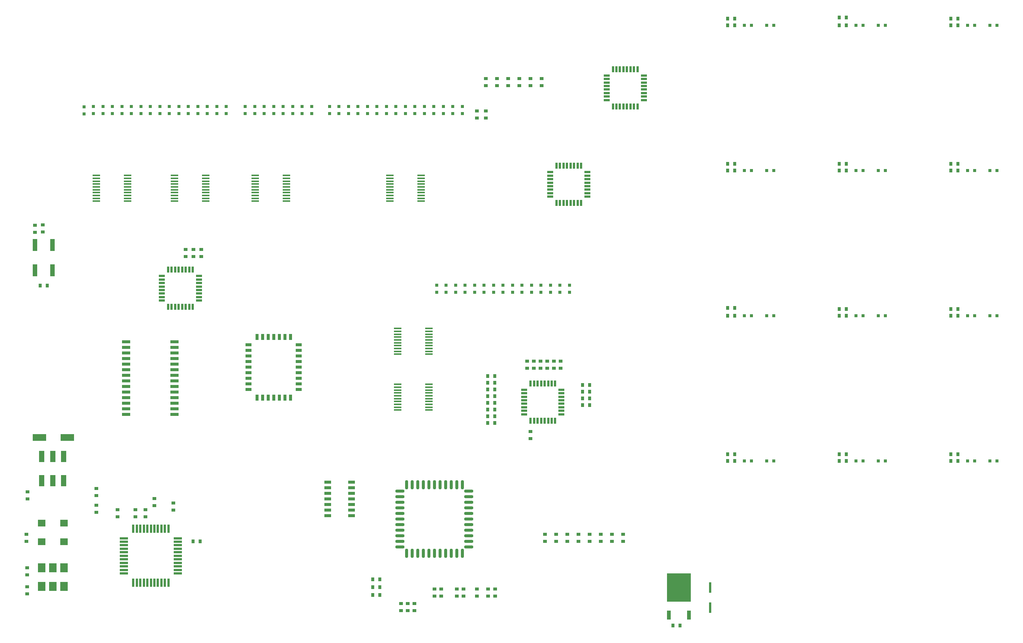
<source format=gtp>
G04*
G04 #@! TF.GenerationSoftware,Altium Limited,Altium Designer,22.3.1 (43)*
G04*
G04 Layer_Color=8421504*
%FSLAX25Y25*%
%MOIN*%
G70*
G04*
G04 #@! TF.SameCoordinates,A87CA661-C890-46F0-A320-74F5598AF3CC*
G04*
G04*
G04 #@! TF.FilePolarity,Positive*
G04*
G01*
G75*
%ADD20R,0.03150X0.03740*%
%ADD21R,0.03740X0.03150*%
%ADD22R,0.07087X0.07874*%
%ADD23R,0.05807X0.02362*%
%ADD24R,0.02362X0.05807*%
%ADD25R,0.05807X0.03000*%
%ADD26R,0.03000X0.05807*%
%ADD27R,0.07284X0.02756*%
%ADD28R,0.02362X0.07284*%
%ADD29R,0.07284X0.02362*%
%ADD30R,0.03150X0.03150*%
%ADD31R,0.06004X0.02559*%
%ADD32R,0.02362X0.09449*%
%ADD33O,0.08441X0.02756*%
%ADD34O,0.02756X0.08441*%
%ADD35R,0.03740X0.08268*%
%ADD36R,0.21654X0.25591*%
%ADD37R,0.07087X0.01772*%
%ADD38R,0.03937X0.10827*%
%ADD39R,0.04724X0.09843*%
%ADD40R,0.07087X0.06299*%
%ADD41R,0.12000X0.06000*%
%ADD42R,0.03150X0.03150*%
D20*
X318850Y53000D02*
D03*
X325150D02*
D03*
X318850Y46000D02*
D03*
X325150D02*
D03*
X318850Y60000D02*
D03*
X325150D02*
D03*
X736850Y166000D02*
D03*
X743150D02*
D03*
X836850Y562000D02*
D03*
X843150D02*
D03*
X836850Y432000D02*
D03*
X843150D02*
D03*
X836850Y296000D02*
D03*
X843150D02*
D03*
X636850Y166000D02*
D03*
X643150D02*
D03*
X836850D02*
D03*
X843150D02*
D03*
X836850Y302000D02*
D03*
X843150D02*
D03*
X636850Y172000D02*
D03*
X643150D02*
D03*
X736850D02*
D03*
X743150D02*
D03*
X836850D02*
D03*
X843150D02*
D03*
X164150Y94000D02*
D03*
X157850D02*
D03*
X428150Y242000D02*
D03*
X421850D02*
D03*
X428150Y230000D02*
D03*
X421850D02*
D03*
X428150Y224000D02*
D03*
X421850D02*
D03*
X428150Y218000D02*
D03*
X421850D02*
D03*
X428150Y212000D02*
D03*
X421850D02*
D03*
X428150Y206000D02*
D03*
X421850D02*
D03*
X428150Y200000D02*
D03*
X421850D02*
D03*
X643150Y556000D02*
D03*
X636850D02*
D03*
X643150Y296000D02*
D03*
X636850D02*
D03*
X743150Y426000D02*
D03*
X736850D02*
D03*
X743150Y296000D02*
D03*
X736850D02*
D03*
X743150Y556000D02*
D03*
X736850D02*
D03*
X843150Y426000D02*
D03*
X836850D02*
D03*
X643150D02*
D03*
X636850D02*
D03*
X843150Y556000D02*
D03*
X836850D02*
D03*
X513150Y216000D02*
D03*
X506850D02*
D03*
X428150Y236000D02*
D03*
X421850D02*
D03*
X513150Y228000D02*
D03*
X506850D02*
D03*
X513150Y234000D02*
D03*
X506850D02*
D03*
X513150Y222000D02*
D03*
X506850D02*
D03*
X743150Y563000D02*
D03*
X736850D02*
D03*
X743150Y302000D02*
D03*
X736850D02*
D03*
X743150Y432000D02*
D03*
X736850D02*
D03*
X643150D02*
D03*
X636850D02*
D03*
X643150Y562000D02*
D03*
X636850D02*
D03*
X643150Y303000D02*
D03*
X636850D02*
D03*
X20850Y323000D02*
D03*
X27150D02*
D03*
X594150Y18500D02*
D03*
X587850D02*
D03*
D21*
X344000Y38150D02*
D03*
Y31850D02*
D03*
X356000Y38150D02*
D03*
Y31850D02*
D03*
X350000Y38150D02*
D03*
Y31850D02*
D03*
X9000Y46850D02*
D03*
Y53150D02*
D03*
Y70150D02*
D03*
Y63850D02*
D03*
X151000Y348850D02*
D03*
Y355150D02*
D03*
X420000Y479150D02*
D03*
Y472850D02*
D03*
X412000Y479150D02*
D03*
Y472850D02*
D03*
X422000Y51150D02*
D03*
Y44850D02*
D03*
X470000Y508150D02*
D03*
Y501850D02*
D03*
X460000Y508150D02*
D03*
Y501850D02*
D03*
X450000Y508150D02*
D03*
Y501850D02*
D03*
X440000Y508150D02*
D03*
Y501850D02*
D03*
X430000Y508150D02*
D03*
Y501850D02*
D03*
X420000Y508150D02*
D03*
Y501850D02*
D03*
X9500Y131850D02*
D03*
Y138150D02*
D03*
X23000Y370850D02*
D03*
Y377150D02*
D03*
X533000Y93850D02*
D03*
Y100150D02*
D03*
X457000Y248850D02*
D03*
Y255150D02*
D03*
X481000D02*
D03*
Y248850D02*
D03*
X493000Y93850D02*
D03*
Y100150D02*
D03*
X513000Y93850D02*
D03*
Y100150D02*
D03*
X543000Y93850D02*
D03*
Y100150D02*
D03*
X463000Y248850D02*
D03*
Y255150D02*
D03*
X460000Y192150D02*
D03*
Y185850D02*
D03*
X473000Y93850D02*
D03*
Y100150D02*
D03*
X487000Y255150D02*
D03*
Y248850D02*
D03*
X483000Y93850D02*
D03*
Y100150D02*
D03*
X503000Y93850D02*
D03*
Y100150D02*
D03*
X475000Y255150D02*
D03*
Y248850D02*
D03*
X523000Y93850D02*
D03*
Y100150D02*
D03*
X412000Y44850D02*
D03*
Y51150D02*
D03*
X380000Y44850D02*
D03*
Y51150D02*
D03*
X428500D02*
D03*
Y44850D02*
D03*
X400000D02*
D03*
Y51150D02*
D03*
X8500Y93850D02*
D03*
Y100150D02*
D03*
X158000Y355150D02*
D03*
Y348850D02*
D03*
X469000Y248850D02*
D03*
Y255150D02*
D03*
X165000Y355150D02*
D03*
Y348850D02*
D03*
X71000Y119850D02*
D03*
Y126150D02*
D03*
X374000Y51150D02*
D03*
Y44850D02*
D03*
X16000Y370701D02*
D03*
Y377000D02*
D03*
X394000Y51150D02*
D03*
Y44850D02*
D03*
X106000Y115850D02*
D03*
Y122150D02*
D03*
X71000Y141150D02*
D03*
Y134850D02*
D03*
X115000Y115850D02*
D03*
Y122150D02*
D03*
X90000Y115850D02*
D03*
Y122150D02*
D03*
X140000Y121850D02*
D03*
Y128150D02*
D03*
X123000Y125850D02*
D03*
Y132150D02*
D03*
D22*
X22000Y53732D02*
D03*
X32000D02*
D03*
X42000D02*
D03*
Y70268D02*
D03*
X32000D02*
D03*
X22000D02*
D03*
D23*
X129764Y331524D02*
D03*
Y328374D02*
D03*
Y325224D02*
D03*
Y322075D02*
D03*
Y318925D02*
D03*
Y315776D02*
D03*
Y312626D02*
D03*
Y309476D02*
D03*
X163134D02*
D03*
Y312626D02*
D03*
Y315776D02*
D03*
Y318925D02*
D03*
Y322075D02*
D03*
Y325224D02*
D03*
Y328374D02*
D03*
Y331524D02*
D03*
X477815Y424524D02*
D03*
Y421374D02*
D03*
Y418224D02*
D03*
Y415075D02*
D03*
Y411925D02*
D03*
Y408776D02*
D03*
Y405626D02*
D03*
Y402476D02*
D03*
X511185D02*
D03*
Y405626D02*
D03*
Y408776D02*
D03*
Y411925D02*
D03*
Y415075D02*
D03*
Y418224D02*
D03*
Y421374D02*
D03*
Y424524D02*
D03*
X528315Y511024D02*
D03*
Y507874D02*
D03*
Y504724D02*
D03*
Y501575D02*
D03*
Y498425D02*
D03*
Y495276D02*
D03*
Y492126D02*
D03*
Y488976D02*
D03*
X561685D02*
D03*
Y492126D02*
D03*
Y495276D02*
D03*
Y498425D02*
D03*
Y501575D02*
D03*
Y504724D02*
D03*
Y507874D02*
D03*
Y511024D02*
D03*
X454591Y229709D02*
D03*
Y226559D02*
D03*
Y223409D02*
D03*
Y220260D02*
D03*
Y217110D02*
D03*
Y213961D02*
D03*
Y210811D02*
D03*
Y207661D02*
D03*
X487961D02*
D03*
Y210811D02*
D03*
Y213961D02*
D03*
Y217110D02*
D03*
Y220260D02*
D03*
Y223409D02*
D03*
Y226559D02*
D03*
Y229709D02*
D03*
D24*
X135425Y303815D02*
D03*
X138575D02*
D03*
X141724D02*
D03*
X144874D02*
D03*
X148024D02*
D03*
X151173D02*
D03*
X154323D02*
D03*
X157472D02*
D03*
Y337185D02*
D03*
X154323D02*
D03*
X151173D02*
D03*
X148024D02*
D03*
X144874D02*
D03*
X141724D02*
D03*
X138575D02*
D03*
X135425D02*
D03*
X483476Y396815D02*
D03*
X486626D02*
D03*
X489776D02*
D03*
X492925D02*
D03*
X496075D02*
D03*
X499224D02*
D03*
X502374D02*
D03*
X505524D02*
D03*
Y430185D02*
D03*
X502374D02*
D03*
X499224D02*
D03*
X496075D02*
D03*
X492925D02*
D03*
X489776D02*
D03*
X486626D02*
D03*
X483476D02*
D03*
X556024Y516685D02*
D03*
X552874D02*
D03*
X549724D02*
D03*
X546575D02*
D03*
X543425D02*
D03*
X540276D02*
D03*
X537126D02*
D03*
X533976D02*
D03*
Y483315D02*
D03*
X537126D02*
D03*
X540276D02*
D03*
X543425D02*
D03*
X546575D02*
D03*
X549724D02*
D03*
X552874D02*
D03*
X556024D02*
D03*
X460252Y202000D02*
D03*
X463402D02*
D03*
X466551D02*
D03*
X469701D02*
D03*
X472850D02*
D03*
X476000D02*
D03*
X479150D02*
D03*
X482299D02*
D03*
Y235370D02*
D03*
X479150D02*
D03*
X476000D02*
D03*
X472850D02*
D03*
X469701D02*
D03*
X466551D02*
D03*
X463402D02*
D03*
X460252D02*
D03*
D25*
X252500Y239900D02*
D03*
Y244900D02*
D03*
Y234900D02*
D03*
X207500Y269900D02*
D03*
Y264900D02*
D03*
Y259900D02*
D03*
Y254900D02*
D03*
Y249900D02*
D03*
Y244900D02*
D03*
Y239900D02*
D03*
Y234900D02*
D03*
Y229900D02*
D03*
X252500Y249900D02*
D03*
Y254900D02*
D03*
Y259900D02*
D03*
Y264900D02*
D03*
Y269900D02*
D03*
Y229900D02*
D03*
D26*
X240000Y222500D02*
D03*
X235000D02*
D03*
X230000D02*
D03*
X245000D02*
D03*
X230000Y277000D02*
D03*
X225000D02*
D03*
X220000D02*
D03*
X215000D02*
D03*
Y222500D02*
D03*
X220000D02*
D03*
X225000D02*
D03*
X245000Y277000D02*
D03*
X240000D02*
D03*
X235000D02*
D03*
D27*
X141171Y207500D02*
D03*
Y212500D02*
D03*
Y217500D02*
D03*
Y222500D02*
D03*
Y227500D02*
D03*
Y232500D02*
D03*
Y237500D02*
D03*
Y242500D02*
D03*
Y247500D02*
D03*
Y252500D02*
D03*
Y257500D02*
D03*
Y262500D02*
D03*
Y267500D02*
D03*
Y272500D02*
D03*
X97667D02*
D03*
Y267500D02*
D03*
Y262500D02*
D03*
Y257500D02*
D03*
Y252500D02*
D03*
Y247500D02*
D03*
Y242500D02*
D03*
Y237500D02*
D03*
Y232500D02*
D03*
Y227500D02*
D03*
Y222500D02*
D03*
Y217500D02*
D03*
Y212500D02*
D03*
Y207500D02*
D03*
D28*
X104252Y105213D02*
D03*
X107402D02*
D03*
X110551D02*
D03*
X113701D02*
D03*
X116850D02*
D03*
X120000D02*
D03*
X123150D02*
D03*
X126299D02*
D03*
X129449D02*
D03*
X132598D02*
D03*
X135748D02*
D03*
Y56787D02*
D03*
X132598D02*
D03*
X129449D02*
D03*
X126299D02*
D03*
X123150D02*
D03*
X120000D02*
D03*
X116850D02*
D03*
X113701D02*
D03*
X110551D02*
D03*
X107402D02*
D03*
X104252D02*
D03*
D29*
X144213Y96748D02*
D03*
Y93598D02*
D03*
Y90449D02*
D03*
Y87299D02*
D03*
Y84150D02*
D03*
Y81000D02*
D03*
Y77850D02*
D03*
Y74701D02*
D03*
Y71551D02*
D03*
Y68402D02*
D03*
Y65252D02*
D03*
X95787D02*
D03*
Y68402D02*
D03*
Y71551D02*
D03*
Y74701D02*
D03*
Y77850D02*
D03*
Y81000D02*
D03*
Y84150D02*
D03*
Y87299D02*
D03*
Y90449D02*
D03*
Y93598D02*
D03*
Y96748D02*
D03*
D30*
X68500Y483150D02*
D03*
Y476850D02*
D03*
X102500D02*
D03*
Y483150D02*
D03*
X390500D02*
D03*
Y476850D02*
D03*
X187500Y483150D02*
D03*
Y476850D02*
D03*
X376000Y323150D02*
D03*
Y316850D02*
D03*
X136500Y476850D02*
D03*
Y483150D02*
D03*
X119500Y476850D02*
D03*
Y483150D02*
D03*
X145000Y476850D02*
D03*
Y483150D02*
D03*
X111000Y476850D02*
D03*
Y483150D02*
D03*
X153500Y476850D02*
D03*
Y483150D02*
D03*
X162000Y476850D02*
D03*
Y483150D02*
D03*
X128000Y476850D02*
D03*
Y483150D02*
D03*
X170500Y476850D02*
D03*
Y483150D02*
D03*
X179000Y476850D02*
D03*
Y483150D02*
D03*
X495000Y316850D02*
D03*
Y323150D02*
D03*
X297000Y476850D02*
D03*
Y483150D02*
D03*
X339500Y476850D02*
D03*
Y483150D02*
D03*
X280000Y476850D02*
D03*
Y483150D02*
D03*
X314000Y476850D02*
D03*
Y483150D02*
D03*
X382000Y476850D02*
D03*
Y483150D02*
D03*
X322500Y476850D02*
D03*
Y483150D02*
D03*
X486500Y316850D02*
D03*
Y323150D02*
D03*
X478000Y316850D02*
D03*
Y323150D02*
D03*
X331000Y476850D02*
D03*
Y483150D02*
D03*
X373500Y476850D02*
D03*
Y483150D02*
D03*
X356500Y476850D02*
D03*
Y483150D02*
D03*
X365000Y476850D02*
D03*
Y483150D02*
D03*
X305500Y476850D02*
D03*
Y483150D02*
D03*
X288500Y476850D02*
D03*
Y483150D02*
D03*
X399000Y476850D02*
D03*
Y483150D02*
D03*
X348000Y476850D02*
D03*
Y483150D02*
D03*
X204500Y476850D02*
D03*
Y483150D02*
D03*
X238500Y476850D02*
D03*
Y483150D02*
D03*
X393000Y316850D02*
D03*
Y323150D02*
D03*
X401500D02*
D03*
Y316850D02*
D03*
X384500D02*
D03*
Y323150D02*
D03*
X230000Y476850D02*
D03*
Y483150D02*
D03*
X213000Y476850D02*
D03*
Y483150D02*
D03*
X427000Y316850D02*
D03*
Y323150D02*
D03*
X221500Y476850D02*
D03*
Y483150D02*
D03*
X418500Y316850D02*
D03*
Y323150D02*
D03*
X410000Y316850D02*
D03*
Y323150D02*
D03*
X60000Y476700D02*
D03*
Y483000D02*
D03*
X264000Y476850D02*
D03*
Y483150D02*
D03*
X94000Y476850D02*
D03*
Y483150D02*
D03*
X85500Y476850D02*
D03*
Y483150D02*
D03*
X77000Y476850D02*
D03*
Y483150D02*
D03*
X444000Y316850D02*
D03*
Y323150D02*
D03*
X469500Y316850D02*
D03*
Y323150D02*
D03*
X461000Y316850D02*
D03*
Y323150D02*
D03*
X452500Y316850D02*
D03*
Y323150D02*
D03*
X435500Y316850D02*
D03*
Y323150D02*
D03*
X255500Y476850D02*
D03*
Y483150D02*
D03*
X247000Y476850D02*
D03*
Y483150D02*
D03*
D31*
X278323Y117000D02*
D03*
X299677Y147000D02*
D03*
X278323D02*
D03*
Y142000D02*
D03*
Y137000D02*
D03*
Y132000D02*
D03*
Y127000D02*
D03*
Y122000D02*
D03*
X299677Y117000D02*
D03*
Y122000D02*
D03*
Y127000D02*
D03*
Y132000D02*
D03*
Y137000D02*
D03*
Y142000D02*
D03*
D32*
X621000Y34600D02*
D03*
Y52500D02*
D03*
D33*
X404720Y104000D02*
D03*
X343280Y134000D02*
D03*
X404720Y129000D02*
D03*
X343280Y109000D02*
D03*
X404720Y89000D02*
D03*
Y94000D02*
D03*
Y99000D02*
D03*
Y109000D02*
D03*
Y114000D02*
D03*
Y119000D02*
D03*
Y124000D02*
D03*
Y134000D02*
D03*
Y139000D02*
D03*
X343280D02*
D03*
Y129000D02*
D03*
Y124000D02*
D03*
Y119000D02*
D03*
Y114000D02*
D03*
Y104000D02*
D03*
Y99000D02*
D03*
Y94000D02*
D03*
Y89000D02*
D03*
D34*
X379000Y144720D02*
D03*
X359000Y83280D02*
D03*
X384000D02*
D03*
X374000Y144720D02*
D03*
Y83280D02*
D03*
X379000D02*
D03*
X389000D02*
D03*
X394000D02*
D03*
X399000D02*
D03*
Y144720D02*
D03*
X394000D02*
D03*
X389000D02*
D03*
X384000D02*
D03*
X369000D02*
D03*
X364000D02*
D03*
X359000D02*
D03*
X354000D02*
D03*
X349000D02*
D03*
Y83280D02*
D03*
X354000D02*
D03*
X364000D02*
D03*
X369000D02*
D03*
D35*
X584024Y27768D02*
D03*
X601976D02*
D03*
D36*
X593000Y52571D02*
D03*
D37*
X361976Y418957D02*
D03*
X334024Y398484D02*
D03*
Y421516D02*
D03*
X361976D02*
D03*
Y416398D02*
D03*
Y413839D02*
D03*
Y411280D02*
D03*
Y408720D02*
D03*
Y406161D02*
D03*
Y403602D02*
D03*
Y401043D02*
D03*
Y398484D02*
D03*
X334024Y401043D02*
D03*
Y403602D02*
D03*
Y406161D02*
D03*
Y408720D02*
D03*
Y411280D02*
D03*
Y413839D02*
D03*
Y416398D02*
D03*
Y418957D02*
D03*
X241476D02*
D03*
X213524Y398484D02*
D03*
Y421516D02*
D03*
X241476D02*
D03*
Y416398D02*
D03*
Y413839D02*
D03*
Y411280D02*
D03*
Y408720D02*
D03*
Y406161D02*
D03*
Y403602D02*
D03*
Y401043D02*
D03*
Y398484D02*
D03*
X213524Y401043D02*
D03*
Y403602D02*
D03*
Y406161D02*
D03*
Y408720D02*
D03*
Y411280D02*
D03*
Y413839D02*
D03*
Y416398D02*
D03*
Y418957D02*
D03*
X341024Y231957D02*
D03*
Y229398D02*
D03*
Y226839D02*
D03*
Y224280D02*
D03*
Y221720D02*
D03*
Y219161D02*
D03*
Y216602D02*
D03*
Y214043D02*
D03*
X368976Y211484D02*
D03*
Y214043D02*
D03*
Y216602D02*
D03*
Y219161D02*
D03*
Y221720D02*
D03*
Y224280D02*
D03*
Y226839D02*
D03*
Y229398D02*
D03*
Y234516D02*
D03*
X341024D02*
D03*
Y211484D02*
D03*
X368976Y231957D02*
D03*
X71024Y418957D02*
D03*
Y416398D02*
D03*
Y413839D02*
D03*
Y411280D02*
D03*
Y408720D02*
D03*
Y406161D02*
D03*
Y403602D02*
D03*
Y401043D02*
D03*
X98976Y398484D02*
D03*
Y401043D02*
D03*
Y403602D02*
D03*
Y406161D02*
D03*
Y408720D02*
D03*
Y411280D02*
D03*
Y413839D02*
D03*
Y416398D02*
D03*
Y421516D02*
D03*
X71024D02*
D03*
Y398484D02*
D03*
X98976Y418957D02*
D03*
X341024Y281957D02*
D03*
Y279398D02*
D03*
Y276839D02*
D03*
Y274280D02*
D03*
Y271720D02*
D03*
Y269161D02*
D03*
Y266602D02*
D03*
Y264043D02*
D03*
X368976Y261484D02*
D03*
Y264043D02*
D03*
Y266602D02*
D03*
Y269161D02*
D03*
Y271720D02*
D03*
Y274280D02*
D03*
Y276839D02*
D03*
Y279398D02*
D03*
Y284516D02*
D03*
X341024D02*
D03*
Y261484D02*
D03*
X368976Y281957D02*
D03*
X141024Y418957D02*
D03*
Y416398D02*
D03*
Y413839D02*
D03*
Y411280D02*
D03*
Y408720D02*
D03*
Y406161D02*
D03*
Y403602D02*
D03*
Y401043D02*
D03*
X168976Y398484D02*
D03*
Y401043D02*
D03*
Y403602D02*
D03*
Y406161D02*
D03*
Y408720D02*
D03*
Y411280D02*
D03*
Y413839D02*
D03*
Y416398D02*
D03*
Y421516D02*
D03*
X141024D02*
D03*
Y398484D02*
D03*
X168976Y418957D02*
D03*
D38*
X31874Y336681D02*
D03*
Y359319D02*
D03*
X16126Y336681D02*
D03*
Y359319D02*
D03*
D39*
X22158Y169827D02*
D03*
X32000D02*
D03*
X41842D02*
D03*
Y148173D02*
D03*
X32000D02*
D03*
X22158D02*
D03*
D40*
X42000Y93732D02*
D03*
X22000Y110268D02*
D03*
Y93732D02*
D03*
X42000Y110268D02*
D03*
D41*
X20000Y187000D02*
D03*
X45000D02*
D03*
D42*
X871850Y166000D02*
D03*
X878150D02*
D03*
X671850D02*
D03*
X678150D02*
D03*
X751850D02*
D03*
X758150D02*
D03*
X851850D02*
D03*
X858150D02*
D03*
X651850Y426000D02*
D03*
X658150D02*
D03*
X751850D02*
D03*
X758150D02*
D03*
X858150D02*
D03*
X851850D02*
D03*
X651850Y296000D02*
D03*
X658150D02*
D03*
X751850D02*
D03*
X758150D02*
D03*
X851850Y556000D02*
D03*
X858150D02*
D03*
X751850D02*
D03*
X758150D02*
D03*
X778150Y296000D02*
D03*
X771850D02*
D03*
X678150Y556000D02*
D03*
X671850D02*
D03*
X678150Y426000D02*
D03*
X671850D02*
D03*
X678150Y296000D02*
D03*
X671850D02*
D03*
X778150Y556000D02*
D03*
X771850D02*
D03*
X878150Y426000D02*
D03*
X871850D02*
D03*
X771850D02*
D03*
X778150D02*
D03*
X878150Y556000D02*
D03*
X871850D02*
D03*
X658150Y166000D02*
D03*
X651850D02*
D03*
X778150D02*
D03*
X771850D02*
D03*
X878150Y296000D02*
D03*
X871850D02*
D03*
X658150Y556000D02*
D03*
X651850D02*
D03*
X858150Y296000D02*
D03*
X851850D02*
D03*
M02*

</source>
